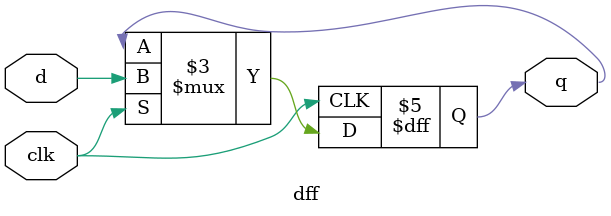
<source format=v>
module dff(d, clk, q);
    input d, clk;
    output q;
    reg q;
    always @(posedge clk) begin
        casex({clk,d})
        2'b1x: q = d; endcase
    end
endmodule
</source>
